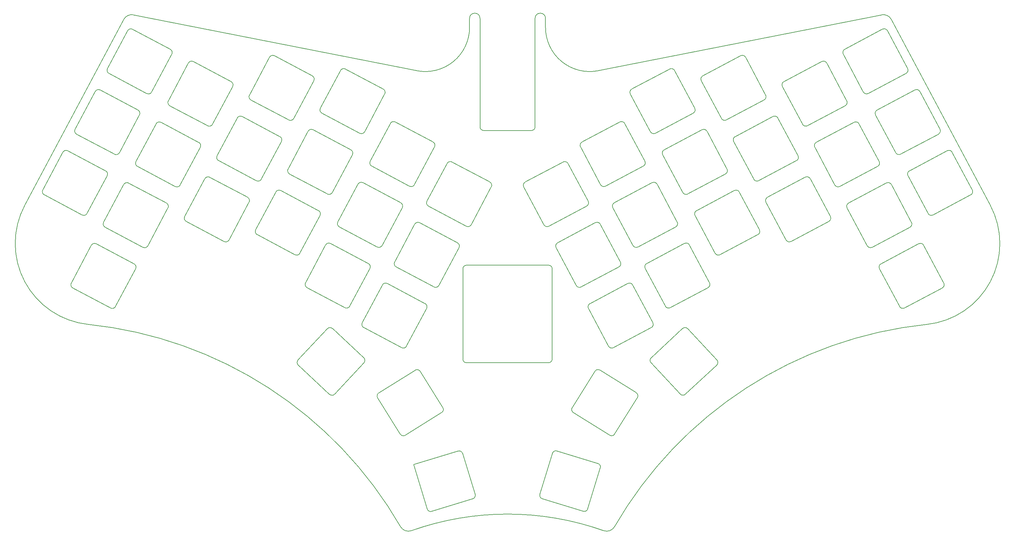
<source format=gbr>
G04 #@! TF.GenerationSoftware,KiCad,Pcbnew,5.1.5-52549c5~86~ubuntu18.04.1*
G04 #@! TF.CreationDate,2020-04-20T11:55:07+02:00*
G04 #@! TF.ProjectId,plate,706c6174-652e-46b6-9963-61645f706362,rev?*
G04 #@! TF.SameCoordinates,Original*
G04 #@! TF.FileFunction,Profile,NP*
%FSLAX46Y46*%
G04 Gerber Fmt 4.6, Leading zero omitted, Abs format (unit mm)*
G04 Created by KiCad (PCBNEW 5.1.5-52549c5~86~ubuntu18.04.1) date 2020-04-20 11:55:07*
%MOMM*%
%LPD*%
G04 APERTURE LIST*
%ADD10C,0.200000*%
G04 APERTURE END LIST*
D10*
X176791267Y-165966914D02*
G75*
G02X173786124Y-167074056I-2166267J1247914D01*
G01*
X157703000Y-27727600D02*
X157703000Y-25227600D01*
X154813190Y-25227600D02*
G75*
G02X157702810Y-25227600I1444810J0D01*
G01*
X139594000Y-25227600D02*
X139594000Y-55268600D01*
X136704191Y-25227600D02*
G75*
G02X139593809Y-25227600I1444809J0D01*
G01*
X43772000Y-24248600D02*
X122117000Y-39716600D01*
X41080432Y-25527922D02*
G75*
G02X43772016Y-24248942I2207368J-1173678D01*
G01*
X38806300Y-105015600D02*
X44369600Y-94552600D01*
X24264000Y-62286600D02*
X18700800Y-72749600D01*
X19114229Y-74102548D02*
G75*
G02X18700752Y-72750129I469471J882948D01*
G01*
X24264053Y-62287129D02*
G75*
G02X25616471Y-61873653I882947J-469471D01*
G01*
X19114300Y-74102600D02*
X29577200Y-79665600D01*
X13718700Y-76987600D02*
X41080400Y-25527600D01*
X107450000Y-119189600D02*
X98783100Y-111107600D01*
X109651000Y-66131600D02*
X120114000Y-71694600D01*
X126616000Y-59466600D02*
X116153000Y-53902600D01*
X67307729Y-64621548D02*
G75*
G02X66894252Y-63269129I469471J882948D01*
G01*
X72457453Y-52806129D02*
G75*
G02X73809871Y-52392653I882947J-469471D01*
G01*
X67307700Y-64621600D02*
X77770600Y-70185600D01*
X84272800Y-57956600D02*
X73809900Y-52393600D01*
X280689000Y-76987600D02*
X253327000Y-25527600D01*
X250635784Y-24248942D02*
G75*
G02X253327368Y-25527922I484216J-2452658D01*
G01*
X48816448Y-45611072D02*
G75*
G02X47464028Y-46024548I-882948J469472D01*
G01*
X53966272Y-33796653D02*
G75*
G02X54379747Y-35149072I-469472J-882947D01*
G01*
X48816500Y-45611600D02*
X54379700Y-35148600D01*
X72457500Y-52806600D02*
X66894200Y-63269600D01*
X136704000Y-27727600D02*
X136704000Y-25227600D01*
X136704000Y-27727600D02*
G75*
G02X122117151Y-39716196I-12220000J0D01*
G01*
X79123000Y-69771600D02*
X84686300Y-59308600D01*
X63514000Y-69626600D02*
X57950800Y-80089600D01*
X97369700Y-111156600D02*
X89288100Y-119823300D01*
X42150900Y-28646600D02*
X36587600Y-39109600D01*
X37001129Y-40461548D02*
G75*
G02X36587652Y-39109129I469471J882948D01*
G01*
X42150853Y-28646129D02*
G75*
G02X43503271Y-28232653I882947J-469471D01*
G01*
X37001100Y-40461600D02*
X47464100Y-46024600D01*
X53966200Y-33796600D02*
X43503300Y-28232600D01*
X232564000Y-59549600D02*
X243027000Y-53986600D01*
X240586000Y-49395600D02*
X230123000Y-54958600D01*
X240999948Y-48043129D02*
G75*
G02X240586471Y-49395548I-882948J-469471D01*
G01*
X230123472Y-54958548D02*
G75*
G02X228771052Y-54545072I-469472J882948D01*
G01*
X235436000Y-37579600D02*
X241000000Y-48042600D01*
X35934429Y-83045548D02*
G75*
G02X35520952Y-81693129I469471J882948D01*
G01*
X41084153Y-71230129D02*
G75*
G02X42436571Y-70816653I882947J-469471D01*
G01*
X35934400Y-83045600D02*
X46397300Y-88608600D01*
X52899500Y-76379600D02*
X42436600Y-70816600D01*
X47749748Y-88195072D02*
G75*
G02X46397328Y-88608548I-882948J469472D01*
G01*
X39873000Y-62431600D02*
X45436300Y-51968600D01*
X101021000Y-39656600D02*
X95457600Y-50119600D01*
X195664000Y-73441600D02*
X190101000Y-62978600D01*
X200977529Y-56062653D02*
G75*
G02X202329947Y-56476129I469471J-882947D01*
G01*
X190101053Y-62979072D02*
G75*
G02X190514528Y-61626653I882947J469472D01*
G01*
X190515000Y-61626600D02*
X200977000Y-56063600D01*
X184756000Y-66131600D02*
X174293000Y-71694600D01*
X219078000Y-74766600D02*
X229541000Y-69203600D01*
X207480000Y-68291600D02*
X197017000Y-73855600D01*
X207892948Y-66939129D02*
G75*
G02X207479471Y-68291548I-882948J-469471D01*
G01*
X197016472Y-73855548D02*
G75*
G02X195664052Y-73442072I-469472J882948D01*
G01*
X202330000Y-56476600D02*
X207893000Y-66939600D01*
X154814000Y-25227600D02*
X154814000Y-55268600D01*
X154814000Y-55268600D02*
G75*
G02X153814000Y-56268600I-1000000J0D01*
G01*
X89337400Y-121236700D02*
X98004000Y-129318400D01*
X53821300Y-49405600D02*
X64284200Y-54968600D01*
X70786400Y-42739600D02*
X60323500Y-37176600D01*
X65636648Y-54555072D02*
G75*
G02X64284228Y-54968548I-882948J469472D01*
G01*
X70786372Y-42739653D02*
G75*
G02X71199847Y-44092072I-469472J-882947D01*
G01*
X65636600Y-54554600D02*
X71199900Y-44091600D01*
X107449999Y-119189147D02*
G75*
G02X107499353Y-120602499I-681999J-731353D01*
G01*
X176791876Y-165966715D02*
G75*
G02X263119170Y-109959294I97934124J-56417015D01*
G01*
X280688568Y-76987851D02*
G75*
G02X263118534Y-109958943I-19882568J-10571749D01*
G01*
X172290000Y-39716600D02*
X250635000Y-24248600D01*
X172289848Y-39716196D02*
G75*
G02X157703000Y-27727600I-2366848J11988596D01*
G01*
X109651529Y-66131548D02*
G75*
G02X109238052Y-64779129I469471J882948D01*
G01*
X114801053Y-54316129D02*
G75*
G02X116153471Y-53902653I882947J-469471D01*
G01*
X36079400Y-67436600D02*
X25616400Y-61873600D01*
X30929648Y-79252072D02*
G75*
G02X29577228Y-79665548I-882948J469472D01*
G01*
X36079372Y-67436653D02*
G75*
G02X36492847Y-68789072I-469472J-882947D01*
G01*
X30929600Y-79251600D02*
X36492800Y-68788600D01*
X41084200Y-71230600D02*
X35520900Y-81693600D01*
X107454000Y-110852600D02*
X117917000Y-116415600D01*
X124419000Y-104186600D02*
X113956000Y-98623600D01*
X79123048Y-69772072D02*
G75*
G02X77770628Y-70185548I-882948J469472D01*
G01*
X84272772Y-57956653D02*
G75*
G02X84686247Y-59309072I-469472J-882947D01*
G01*
X70179600Y-86591600D02*
X75742800Y-76128600D01*
X114801000Y-54316600D02*
X109238000Y-64779600D01*
X58364229Y-81442548D02*
G75*
G02X57950752Y-80090129I469471J882948D01*
G01*
X63514053Y-69627129D02*
G75*
G02X64866471Y-69213653I882947J-469471D01*
G01*
X99417000Y-129269000D02*
X107499000Y-120602500D01*
X153814000Y-56268600D02*
X140594000Y-56268600D01*
X140594000Y-56268600D02*
G75*
G02X139594000Y-55268600I0J1000000D01*
G01*
X70179647Y-86592073D02*
G75*
G02X68827228Y-87005548I-882947J469472D01*
G01*
X75329372Y-74776653D02*
G75*
G02X75742847Y-76129072I-469472J-882947D01*
G01*
X89337402Y-121236654D02*
G75*
G02X89288046Y-119823302I681998J731354D01*
G01*
X52899472Y-76379653D02*
G75*
G02X53312947Y-77732072I-469472J-882947D01*
G01*
X47749800Y-88195600D02*
X53313000Y-77732600D01*
X58971000Y-37589600D02*
X53407800Y-48052600D01*
X53821229Y-49405548D02*
G75*
G02X53407752Y-48053129I469471J882948D01*
G01*
X58971053Y-37590129D02*
G75*
G02X60323471Y-37176653I882947J-469471D01*
G01*
X119270000Y-116001600D02*
X124833000Y-105538600D01*
X81400900Y-35986600D02*
X75837600Y-46449600D01*
X58364300Y-81442600D02*
X68827200Y-87005600D01*
X75329400Y-74776600D02*
X64866400Y-69213600D01*
X97369747Y-111156602D02*
G75*
G02X98783098Y-111107247I731353J-681998D01*
G01*
X99417354Y-129268999D02*
G75*
G02X98004001Y-129318354I-731354J681999D01*
G01*
X125341529Y-77211548D02*
G75*
G02X124928052Y-75859129I469471J882948D01*
G01*
X130491053Y-65396129D02*
G75*
G02X131843471Y-64982653I882947J-469471D01*
G01*
X125341000Y-77211600D02*
X135804000Y-82774600D01*
X142306000Y-70546600D02*
X131843000Y-64982600D01*
X121466000Y-71281600D02*
X127029999Y-60818600D01*
X130491000Y-65396600D02*
X124928000Y-75859600D01*
X121466948Y-71281072D02*
G75*
G02X120114528Y-71694548I-882948J469472D01*
G01*
X126616472Y-59466653D02*
G75*
G02X127029947Y-60819072I-469472J-882947D01*
G01*
X137156948Y-82361072D02*
G75*
G02X135804528Y-82774548I-882948J469472D01*
G01*
X142306472Y-70546653D02*
G75*
G02X142719947Y-71899072I-469472J-882947D01*
G01*
X107454529Y-110852548D02*
G75*
G02X107041052Y-109500129I469471J882948D01*
G01*
X112604053Y-99037129D02*
G75*
G02X113956471Y-98623653I882947J-469471D01*
G01*
X137156000Y-82361600D02*
X142720000Y-71898600D01*
X112604000Y-99036600D02*
X107041000Y-109499600D01*
X239066472Y-71778548D02*
G75*
G02X237714052Y-71365072I-469472J882948D01*
G01*
X244380000Y-54399600D02*
X249943000Y-64862600D01*
X237714000Y-71365600D02*
X232151000Y-60902600D01*
X243027529Y-53986653D02*
G75*
G02X244379947Y-54400129I469471J-882947D01*
G01*
X232151053Y-60902072D02*
G75*
G02X232564528Y-59549653I882947J469472D01*
G01*
X185169948Y-64779129D02*
G75*
G02X184756471Y-66131548I-882948J-469471D01*
G01*
X174293472Y-71694548D02*
G75*
G02X172941052Y-71281072I-469472J882948D01*
G01*
X179606000Y-54316600D02*
X185170000Y-64779600D01*
X172941000Y-71281600D02*
X167378000Y-60818600D01*
X178254529Y-53902653D02*
G75*
G02X179606947Y-54316129I469471J-882947D01*
G01*
X167378053Y-60819072D02*
G75*
G02X167791528Y-59466653I882947J469472D01*
G01*
X167791000Y-59466600D02*
X178254000Y-53902600D01*
X193700000Y-82951600D02*
X183237000Y-88515601D01*
X194112948Y-81599129D02*
G75*
G02X193699471Y-82951548I-882948J-469471D01*
G01*
X183236472Y-88515548D02*
G75*
G02X181884052Y-88102072I-469472J882948D01*
G01*
X188550000Y-71136600D02*
X194113000Y-81599600D01*
X181884000Y-88101600D02*
X176321000Y-77638600D01*
X187197529Y-70722653D02*
G75*
G02X188549947Y-71136129I469471J-882947D01*
G01*
X176321053Y-77639072D02*
G75*
G02X176734528Y-76286653I882947J469472D01*
G01*
X176735000Y-76286600D02*
X187197000Y-70723600D01*
X218156000Y-47791600D02*
X207693000Y-53354600D01*
X218569948Y-46439129D02*
G75*
G02X218156471Y-47791548I-882948J-469471D01*
G01*
X207693472Y-53354548D02*
G75*
G02X206341052Y-52941072I-469472J882948D01*
G01*
X213006000Y-35976600D02*
X218570000Y-46439600D01*
X206341000Y-52941600D02*
X200778000Y-42478600D01*
X211654529Y-35562653D02*
G75*
G02X213006947Y-35976129I469471J-882947D01*
G01*
X200778053Y-42479072D02*
G75*
G02X201191528Y-41126653I882947J469472D01*
G01*
X201191000Y-41126600D02*
X211654000Y-35562600D01*
X211273000Y-73296600D02*
X216837000Y-83759600D01*
X216836948Y-83760129D02*
G75*
G02X216423471Y-85112548I-882948J-469471D01*
G01*
X209920529Y-72883653D02*
G75*
G02X211272947Y-73297129I469471J-882947D01*
G01*
X216423000Y-85112600D02*
X205960000Y-90675601D01*
X199458000Y-78446600D02*
X209921000Y-72883600D01*
X205960472Y-90675548D02*
G75*
G02X204608052Y-90262072I-469472J882948D01*
G01*
X199044053Y-79799072D02*
G75*
G02X199457528Y-78446653I882947J469472D01*
G01*
X204608000Y-90261600D02*
X199045000Y-79798600D01*
X198536000Y-51471600D02*
X188073000Y-57034600D01*
X198949948Y-50119129D02*
G75*
G02X198536471Y-51471548I-882948J-469471D01*
G01*
X188073472Y-57034548D02*
G75*
G02X186721052Y-56621072I-469472J882948D01*
G01*
X193386000Y-39656600D02*
X198950000Y-50119600D01*
X186721000Y-56621600D02*
X181158000Y-46158600D01*
X192034529Y-39242653D02*
G75*
G02X193386947Y-39656129I469471J-882947D01*
G01*
X181158053Y-46159072D02*
G75*
G02X181571528Y-44806653I882947J469472D01*
G01*
X181571000Y-44806600D02*
X192034000Y-39242600D01*
X275293000Y-74092600D02*
X264830000Y-79655600D01*
X95871100Y-51471600D02*
X106334000Y-57034600D01*
X112836000Y-44806600D02*
X102373000Y-39242600D01*
X275706948Y-72740129D02*
G75*
G02X275293471Y-74092548I-882948J-469471D01*
G01*
X264830471Y-79655547D02*
G75*
G02X263478052Y-79242072I-469472J882947D01*
G01*
X270143000Y-62276600D02*
X275707000Y-72739600D01*
X263478000Y-79241600D02*
X257915000Y-68778600D01*
X268790529Y-61863653D02*
G75*
G02X270142947Y-62277129I469471J-882947D01*
G01*
X257914053Y-68779072D02*
G75*
G02X258327528Y-67426653I882947J469472D01*
G01*
X258328000Y-67426600D02*
X268791000Y-61863600D01*
X118939000Y-140655400D02*
X128987999Y-134375900D01*
X129306049Y-132997881D02*
G75*
G02X128987919Y-134375849I-848049J-529919D01*
G01*
X118938920Y-140655449D02*
G75*
G02X117560951Y-140337320I-529920J848049D01*
G01*
X28057700Y-57281600D02*
X38520600Y-62845600D01*
X45022800Y-50616600D02*
X34559900Y-45053600D01*
X129306000Y-132997900D02*
X123026000Y-122948500D01*
X111281000Y-130287900D02*
X117561000Y-140337300D01*
X121648081Y-122630352D02*
G75*
G02X123026048Y-122948481I529919J-848048D01*
G01*
X111280952Y-130287920D02*
G75*
G02X111599080Y-128909952I848048J529920D01*
G01*
X121649000Y-122630400D02*
X111599000Y-128909900D01*
X134854000Y-119569000D02*
X134854000Y-94568600D01*
X205047000Y-121223100D02*
X196380000Y-129304800D01*
X205096354Y-119809702D02*
G75*
G02X205046998Y-121223054I-731354J-681998D01*
G01*
X196379999Y-129304754D02*
G75*
G02X194966646Y-129255399I-681999J731354D01*
G01*
X197014000Y-111143600D02*
X205096000Y-119809700D01*
X194967000Y-129255400D02*
X186885000Y-120588900D01*
X195601002Y-111094247D02*
G75*
G02X197014353Y-111143602I681998J-731353D01*
G01*
X186884647Y-120588899D02*
G75*
G02X186934001Y-119175547I731353J681999D01*
G01*
X186934000Y-119175600D02*
X195601000Y-111093600D01*
X172736000Y-122606800D02*
X182785000Y-128886400D01*
X182784920Y-128886352D02*
G75*
G02X183103048Y-130264320I-529920J-848048D01*
G01*
X228771000Y-54544600D02*
X223207000Y-44081600D01*
X234083529Y-37166653D02*
G75*
G02X235435947Y-37580129I469471J-882947D01*
G01*
X223207053Y-44082072D02*
G75*
G02X223620528Y-42729653I882947J469472D01*
G01*
X223621000Y-42729600D02*
X234084000Y-37166600D01*
X257406000Y-40451600D02*
X246943000Y-46014600D01*
X171357952Y-122924981D02*
G75*
G02X172735919Y-122606852I848048J-529919D01*
G01*
X183103000Y-130264300D02*
X176824000Y-140313700D01*
X165078000Y-132974300D02*
X171358000Y-122924900D01*
X176823049Y-140313720D02*
G75*
G02X175445080Y-140631849I-848049J529920D01*
G01*
X165396081Y-134352249D02*
G75*
G02X165077951Y-132974281I529919J848049D01*
G01*
X134854000Y-94568600D02*
G75*
G02X135854000Y-93568600I1000000J0D01*
G01*
X135854000Y-93568600D02*
X158554000Y-93568600D01*
X175446000Y-140631800D02*
X165396000Y-134352300D01*
X121547000Y-82216600D02*
X115984000Y-92679600D01*
X116397529Y-94031548D02*
G75*
G02X115984052Y-92679129I469471J882948D01*
G01*
X121547053Y-82216129D02*
G75*
G02X122899471Y-81802653I882947J-469471D01*
G01*
X116398000Y-94031600D02*
X126861000Y-99595600D01*
X133363000Y-87366601D02*
X122900000Y-81803600D01*
X128212948Y-99182072D02*
G75*
G02X126860528Y-99595548I-882948J469472D01*
G01*
X133362471Y-87366652D02*
G75*
G02X133775947Y-88719072I-469472J-882948D01*
G01*
X128213000Y-99181600D02*
X133776000Y-88718600D01*
X96914000Y-87956600D02*
X91350800Y-98419600D01*
X186953000Y-110852600D02*
X176490000Y-116415600D01*
X187366948Y-109500129D02*
G75*
G02X186953471Y-110852548I-882948J-469471D01*
G01*
X176490472Y-116415548D02*
G75*
G02X175138052Y-116002072I-469472J882948D01*
G01*
X181803000Y-99036600D02*
X187367000Y-109499600D01*
X175138000Y-116001600D02*
X169575000Y-105538600D01*
X91764229Y-99772548D02*
G75*
G02X91350752Y-98420129I469471J882948D01*
G01*
X96914053Y-87957129D02*
G75*
G02X98266471Y-87543653I882947J-469471D01*
G01*
X91764300Y-99772600D02*
X102227000Y-105335600D01*
X108729000Y-93106600D02*
X98266400Y-87543600D01*
X103579948Y-104922072D02*
G75*
G02X102227528Y-105335548I-882948J469472D01*
G01*
X108729472Y-93106653D02*
G75*
G02X109142947Y-94459072I-469472J-882947D01*
G01*
X103580000Y-104921600D02*
X109143000Y-94458600D01*
X105857000Y-71136600D02*
X100294000Y-81599600D01*
X100707529Y-82951548D02*
G75*
G02X100294052Y-81599129I469471J882948D01*
G01*
X105857053Y-71136129D02*
G75*
G02X107209471Y-70722653I882947J-469471D01*
G01*
X107686000Y-56621600D02*
X113250000Y-46158600D01*
X133525000Y-145018200D02*
X121236000Y-148775200D01*
X100708000Y-82951600D02*
X111171000Y-88515601D01*
X117673000Y-76286600D02*
X107210000Y-70723600D01*
X112522948Y-88102072D02*
G75*
G02X111170528Y-88515548I-882948J469472D01*
G01*
X117672472Y-76286653D02*
G75*
G02X118085947Y-77639072I-469472J-882947D01*
G01*
X112523000Y-88101600D02*
X118086000Y-77638600D01*
X28057729Y-57281548D02*
G75*
G02X27644252Y-55929129I469471J882948D01*
G01*
X33207453Y-45466129D02*
G75*
G02X34559871Y-45052653I882947J-469471D01*
G01*
X77984300Y-85112600D02*
X88447200Y-90675601D01*
X77984229Y-85112548D02*
G75*
G02X77570752Y-83760129I469471J882948D01*
G01*
X89799648Y-90262072D02*
G75*
G02X88447228Y-90675548I-882948J469472D01*
G01*
X83134000Y-73296600D02*
X77570800Y-83759600D01*
X89799600Y-90261600D02*
X95362800Y-79798600D01*
X180450529Y-98623653D02*
G75*
G02X181802947Y-99037129I469471J-882947D01*
G01*
X169574053Y-105539072D02*
G75*
G02X169987528Y-104186653I882947J469472D01*
G01*
X169988000Y-104186600D02*
X180451000Y-98623600D01*
X236043000Y-81432600D02*
X225580000Y-86995600D01*
X236456948Y-80080129D02*
G75*
G02X236043471Y-81432548I-882948J-469471D01*
G01*
X83134053Y-73297129D02*
G75*
G02X84486471Y-72883653I882947J-469471D01*
G01*
X94949372Y-78446653D02*
G75*
G02X95362847Y-79799072I-469472J-882947D01*
G01*
X94949400Y-78446600D02*
X84486400Y-72883600D01*
X32140699Y-88050601D02*
X26577500Y-98513600D01*
X26990929Y-99865548D02*
G75*
G02X26577452Y-98513129I469471J882948D01*
G01*
X133524629Y-145018196D02*
G75*
G02X134773304Y-145682129I292371J-956304D01*
G01*
X121236000Y-148775200D02*
X124993000Y-161063700D01*
X138238000Y-157014300D02*
X134774000Y-145682100D01*
X126242372Y-161727605D02*
G75*
G02X124993695Y-161063672I-292372J956305D01*
G01*
X202643000Y-99772600D02*
X192180000Y-105335600D01*
X203056948Y-98420129D02*
G75*
G02X202643471Y-99772548I-882948J-469471D01*
G01*
X192180472Y-105335548D02*
G75*
G02X190828052Y-104922072I-469472J882948D01*
G01*
X197493000Y-87956600D02*
X203057000Y-98419600D01*
X190828000Y-104921600D02*
X185265000Y-94458600D01*
X135854000Y-120569000D02*
G75*
G02X134854000Y-119569000I0J1000000D01*
G01*
X31288667Y-109958943D02*
G75*
G02X13718632Y-76987852I2312533J22399343D01*
G01*
X32140753Y-88050129D02*
G75*
G02X33493171Y-87636653I882947J-469471D01*
G01*
X26991000Y-99865600D02*
X37453900Y-105428600D01*
X43956100Y-93200600D02*
X33493200Y-87636600D01*
X38806348Y-105015072D02*
G75*
G02X37453928Y-105428548I-882948J469472D01*
G01*
X43956072Y-93199653D02*
G75*
G02X44369547Y-94552072I-469472J-882947D01*
G01*
X240028053Y-35139072D02*
G75*
G02X240441528Y-33786653I882947J469472D01*
G01*
X240441000Y-33786600D02*
X250904000Y-28222600D01*
X266350000Y-57271600D02*
X255887000Y-62835600D01*
X266762947Y-55919128D02*
G75*
G02X266349471Y-57271548I-882948J-469472D01*
G01*
X255886472Y-62835548D02*
G75*
G02X254534052Y-62422072I-469472J882948D01*
G01*
X31288630Y-109959294D02*
G75*
G02X117616121Y-165967056I-11606830J-112424436D01*
G01*
X120621872Y-167074058D02*
G75*
G02X117616737Y-165966922I-838872J2355058D01*
G01*
X159610696Y-145658529D02*
G75*
G02X160859371Y-144994596I956304J-292371D01*
G01*
X168142000Y-161704000D02*
X156810000Y-158239400D01*
X44877800Y-66225600D02*
X55340800Y-71788600D01*
X61843000Y-59559600D02*
X51380000Y-53996600D01*
X157251000Y-82361600D02*
X151688000Y-71898600D01*
X162564529Y-64982653D02*
G75*
G02X163916947Y-65396129I469471J-882947D01*
G01*
X151688053Y-71899072D02*
G75*
G02X152101528Y-70546653I882947J469472D01*
G01*
X152101000Y-70546600D02*
X162564000Y-64982600D01*
X267416000Y-99855600D02*
X256953000Y-105418600D01*
X267829948Y-98503129D02*
G75*
G02X267416471Y-99855548I-882948J-469471D01*
G01*
X256953472Y-105418548D02*
G75*
G02X255601052Y-105005072I-469472J882948D01*
G01*
X262266999Y-88040600D02*
X267830000Y-98503600D01*
X255601000Y-105005600D02*
X250038000Y-94542600D01*
X260914528Y-87626654D02*
G75*
G02X262266947Y-88040129I469472J-882947D01*
G01*
X172191372Y-148459196D02*
G75*
G02X172855304Y-149707872I-292372J-956304D01*
G01*
X172855000Y-149707900D02*
X169391000Y-161040100D01*
X107686948Y-56621072D02*
G75*
G02X106334528Y-57034548I-882948J469472D01*
G01*
X112836472Y-44806653D02*
G75*
G02X113249947Y-46159072I-469472J-882947D01*
G01*
X261199999Y-45456600D02*
X266763000Y-55919600D01*
X254534000Y-62421600D02*
X248971000Y-51958600D01*
X259847529Y-45042653D02*
G75*
G02X261199947Y-45456129I469471J-882947D01*
G01*
X248971053Y-51959072D02*
G75*
G02X249384528Y-50606653I882947J469472D01*
G01*
X249385000Y-50606600D02*
X259847000Y-45043600D01*
X160859000Y-144994600D02*
X172191000Y-148459200D01*
X169390305Y-161040072D02*
G75*
G02X168141628Y-161704005I-956305J292372D01*
G01*
X196140529Y-87543653D02*
G75*
G02X197492947Y-87957129I469471J-882947D01*
G01*
X185264053Y-94459072D02*
G75*
G02X185677528Y-93106653I882947J469472D01*
G01*
X185678000Y-93106600D02*
X196141000Y-87543600D01*
X178010000Y-94031600D02*
X167547000Y-99595600D01*
X178422948Y-92679129D02*
G75*
G02X178009471Y-94031548I-882948J-469471D01*
G01*
X138238305Y-157014329D02*
G75*
G02X137574371Y-158263005I-956305J-292371D01*
G01*
X126242000Y-161727600D02*
X137574000Y-158263000D01*
X39873048Y-62432072D02*
G75*
G02X38520628Y-62845548I-882948J469472D01*
G01*
X45022772Y-50616653D02*
G75*
G02X45436247Y-51969072I-469472J-882947D01*
G01*
X225580472Y-86995548D02*
G75*
G02X224228052Y-86582072I-469472J882948D01*
G01*
X230893000Y-69616600D02*
X236457000Y-80079600D01*
X224228000Y-86581600D02*
X218665000Y-76118600D01*
X229540529Y-69203653D02*
G75*
G02X230892947Y-69617129I469471J-882947D01*
G01*
X218664053Y-76119072D02*
G75*
G02X219077528Y-74766653I882947J469472D01*
G01*
X158554000Y-93568600D02*
G75*
G02X159554000Y-94568600I0J-1000000D01*
G01*
X159554000Y-94568600D02*
X159554000Y-119569000D01*
X159554000Y-119569000D02*
G75*
G02X158554000Y-120569000I-1000000J0D01*
G01*
X158554000Y-120569000D02*
X135854000Y-120569000D01*
X250038053Y-94542072D02*
G75*
G02X250451528Y-93189653I882947J469472D01*
G01*
X250451000Y-93190600D02*
X260913999Y-87626600D01*
X227100000Y-64611600D02*
X216637000Y-70175600D01*
X227512948Y-63259129D02*
G75*
G02X227099471Y-64611548I-882948J-469471D01*
G01*
X216636472Y-70175548D02*
G75*
G02X215284052Y-69762072I-469472J882948D01*
G01*
X221950000Y-52796600D02*
X227513000Y-63259600D01*
X215284000Y-69761600D02*
X209721000Y-59298600D01*
X220597529Y-52382653D02*
G75*
G02X221949947Y-52796129I469471J-882947D01*
G01*
X209721053Y-59299072D02*
G75*
G02X210134528Y-57946653I882947J469472D01*
G01*
X210135000Y-57946600D02*
X220597000Y-52383600D01*
X167546472Y-99595548D02*
G75*
G02X166194052Y-99182072I-469472J882948D01*
G01*
X172860000Y-82216600D02*
X178423000Y-92679600D01*
X166194000Y-99181600D02*
X160631000Y-88718600D01*
X171507529Y-81802653D02*
G75*
G02X172859947Y-82216129I469471J-882947D01*
G01*
X160631053Y-88719072D02*
G75*
G02X161044528Y-87366653I882947J469472D01*
G01*
X258473000Y-83035600D02*
X248010000Y-88598601D01*
X258885947Y-81683128D02*
G75*
G02X258472471Y-83035548I-882948J-469472D01*
G01*
X248010472Y-88598548D02*
G75*
G02X246658052Y-88185072I-469472J882948D01*
G01*
X253323000Y-71220600D02*
X258886000Y-81683600D01*
X246658000Y-88185600D02*
X241094000Y-77722600D01*
X251970529Y-70806653D02*
G75*
G02X253322947Y-71220129I469471J-882947D01*
G01*
X241094053Y-77722072D02*
G75*
G02X241507528Y-76369653I882947J469472D01*
G01*
X241508000Y-76369600D02*
X251971000Y-70806600D01*
X249530000Y-66215600D02*
X239067000Y-71778600D01*
X249942948Y-64863129D02*
G75*
G02X249529471Y-66215548I-882948J-469471D01*
G01*
X161045000Y-87366601D02*
X171507000Y-81803600D01*
X169066000Y-77211600D02*
X158603000Y-82774600D01*
X169479948Y-75859129D02*
G75*
G02X169066471Y-77211548I-882948J-469471D01*
G01*
X158603472Y-82774548D02*
G75*
G02X157251052Y-82361072I-469472J882948D01*
G01*
X163916000Y-65396600D02*
X169480000Y-75859600D01*
X44877829Y-66225548D02*
G75*
G02X44464352Y-64873129I469471J882948D01*
G01*
X50027653Y-54410129D02*
G75*
G02X51380071Y-53996653I882947J-469471D01*
G01*
X95871129Y-51471548D02*
G75*
G02X95457652Y-50119129I469471J882948D01*
G01*
X101021053Y-39656129D02*
G75*
G02X102373471Y-39242653I882947J-469471D01*
G01*
X76251129Y-47801548D02*
G75*
G02X75837652Y-46449129I469471J882948D01*
G01*
X81400853Y-35986129D02*
G75*
G02X82753271Y-35572653I882947J-469471D01*
G01*
X88066500Y-52951600D02*
X93629700Y-42488600D01*
X92077500Y-56476600D02*
X86514200Y-66939600D01*
X76251100Y-47801600D02*
X86714100Y-53364600D01*
X93216200Y-41136600D02*
X82753300Y-35572600D01*
X56693200Y-71375600D02*
X62256400Y-60912600D01*
X33207500Y-45466600D02*
X27644200Y-55929600D01*
X98743048Y-73442072D02*
G75*
G02X97390628Y-73855548I-882948J469472D01*
G01*
X103892472Y-61626653D02*
G75*
G02X104305947Y-62979072I-469472J-882947D01*
G01*
X56693148Y-71375072D02*
G75*
G02X55340728Y-71788548I-882948J469472D01*
G01*
X61842972Y-59559653D02*
G75*
G02X62256447Y-60912072I-469472J-882947D01*
G01*
X257819948Y-39099129D02*
G75*
G02X257406471Y-40451548I-882948J-469471D01*
G01*
X246943472Y-46014548D02*
G75*
G02X245591052Y-45601072I-469472J882948D01*
G01*
X252256000Y-28636600D02*
X257819999Y-39099600D01*
X245591000Y-45601600D02*
X240028000Y-35138600D01*
X250904529Y-28222653D02*
G75*
G02X252256947Y-28636129I469471J-882947D01*
G01*
X156146000Y-156990700D02*
X159610000Y-145658500D01*
X156809629Y-158239405D02*
G75*
G02X156145695Y-156990729I292371J956305D01*
G01*
X98743000Y-73441600D02*
X104306000Y-62978600D01*
X50027600Y-54409600D02*
X44464400Y-64872600D01*
X88066448Y-52951072D02*
G75*
G02X86714028Y-53364548I-882948J469472D01*
G01*
X93216272Y-41136653D02*
G75*
G02X93629747Y-42489072I-469472J-882947D01*
G01*
X86927729Y-68291548D02*
G75*
G02X86514252Y-66939129I469471J882948D01*
G01*
X92077453Y-56476129D02*
G75*
G02X93429871Y-56062653I882947J-469471D01*
G01*
X119269948Y-116002072D02*
G75*
G02X117917528Y-116415548I-882948J469472D01*
G01*
X124419472Y-104186653D02*
G75*
G02X124832947Y-105539072I-469472J-882947D01*
G01*
X86927700Y-68291600D02*
X97390600Y-73855600D01*
X103893000Y-61626600D02*
X93429900Y-56063600D01*
X120621712Y-167074093D02*
G75*
G02X173786158Y-167074046I26582288J-74627007D01*
G01*
M02*

</source>
